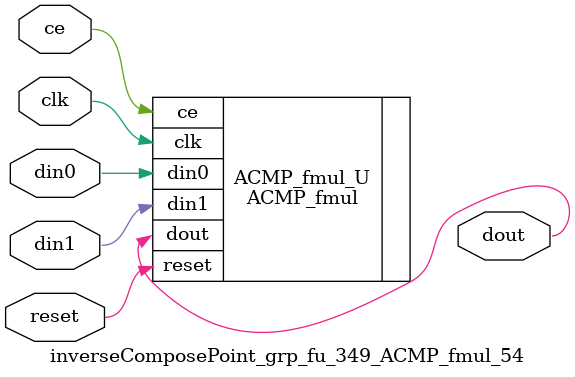
<source format=v>

`timescale 1 ns / 1 ps
module inverseComposePoint_grp_fu_349_ACMP_fmul_54(
    clk,
    reset,
    ce,
    din0,
    din1,
    dout);

parameter ID = 32'd1;
parameter NUM_STAGE = 32'd1;
parameter din0_WIDTH = 32'd1;
parameter din1_WIDTH = 32'd1;
parameter dout_WIDTH = 32'd1;
input clk;
input reset;
input ce;
input[din0_WIDTH - 1:0] din0;
input[din1_WIDTH - 1:0] din1;
output[dout_WIDTH - 1:0] dout;



ACMP_fmul #(
.ID( ID ),
.NUM_STAGE( 4 ),
.din0_WIDTH( din0_WIDTH ),
.din1_WIDTH( din1_WIDTH ),
.dout_WIDTH( dout_WIDTH ))
ACMP_fmul_U(
    .clk( clk ),
    .reset( reset ),
    .ce( ce ),
    .din0( din0 ),
    .din1( din1 ),
    .dout( dout ));

endmodule

</source>
